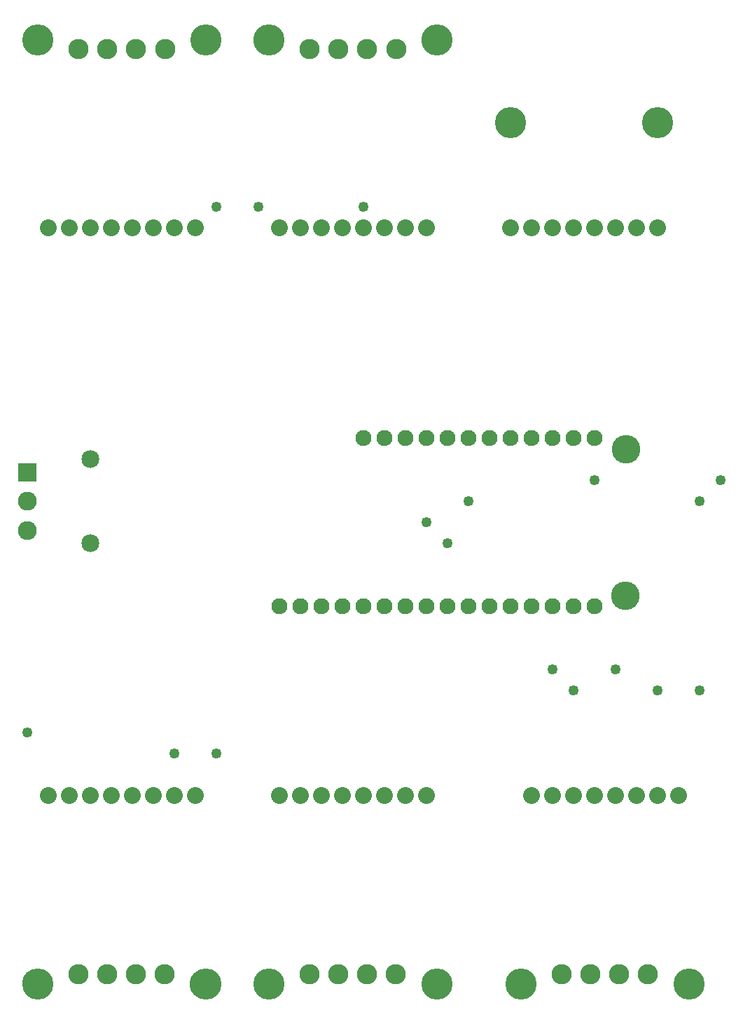
<source format=gbs>
G04 MADE WITH FRITZING*
G04 WWW.FRITZING.ORG*
G04 DOUBLE SIDED*
G04 HOLES PLATED*
G04 CONTOUR ON CENTER OF CONTOUR VECTOR*
%ASAXBY*%
%FSLAX23Y23*%
%MOIN*%
%OFA0B0*%
%SFA1.0B1.0*%
%ADD10C,0.135984*%
%ADD11C,0.076000*%
%ADD12C,0.049370*%
%ADD13C,0.085000*%
%ADD14C,0.096000*%
%ADD15C,0.148425*%
%ADD16C,0.080000*%
%ADD17C,0.090000*%
%ADD18R,0.090000X0.090000*%
%LNMASK0*%
G90*
G70*
G54D10*
X1308Y4606D03*
X1015Y4606D03*
X215Y4606D03*
X1319Y118D03*
X1006Y116D03*
X208Y118D03*
X3164Y4211D03*
X2464Y4211D03*
X2109Y4605D03*
X2516Y118D03*
X2117Y118D03*
X3314Y116D03*
G54D11*
X2864Y1911D03*
X2764Y1911D03*
X2664Y1911D03*
X2564Y1911D03*
X2464Y1911D03*
X2364Y1911D03*
X2264Y1911D03*
X2164Y1911D03*
X2064Y1911D03*
X1964Y1911D03*
X1864Y1911D03*
X1764Y1911D03*
X1664Y1911D03*
X1564Y1911D03*
X1464Y1911D03*
X1364Y1911D03*
X1764Y2711D03*
X1864Y2711D03*
X1964Y2711D03*
X2064Y2711D03*
X2164Y2711D03*
X2264Y2711D03*
X2364Y2711D03*
X2464Y2711D03*
X2564Y2711D03*
X2664Y2711D03*
X2764Y2711D03*
X2864Y2711D03*
G54D10*
X3013Y1961D03*
X3014Y2660D03*
G54D12*
X3464Y2511D03*
X3364Y1511D03*
X3364Y2411D03*
X2264Y2411D03*
X3164Y1511D03*
X2764Y1511D03*
X2964Y1611D03*
X2664Y1611D03*
X2864Y2511D03*
X1764Y3811D03*
X1264Y3811D03*
X164Y1311D03*
X2164Y2211D03*
X864Y1211D03*
X1064Y1211D03*
X2064Y2311D03*
G54D13*
X464Y2211D03*
X464Y2611D03*
G54D12*
X1064Y3811D03*
G54D14*
X1919Y161D03*
G54D15*
X2114Y116D03*
G54D14*
X1644Y161D03*
G54D16*
X2064Y1011D03*
X1964Y1011D03*
G54D15*
X1314Y116D03*
G54D16*
X1864Y1011D03*
X1764Y1011D03*
X1664Y1011D03*
X1564Y1011D03*
X1464Y1011D03*
X1364Y1011D03*
G54D14*
X1507Y161D03*
X1782Y161D03*
G54D16*
X2964Y3711D03*
G54D15*
X2464Y4211D03*
G54D16*
X2564Y3711D03*
X2764Y3711D03*
X3164Y3711D03*
X2464Y3711D03*
X2664Y3711D03*
X2864Y3711D03*
X3064Y3711D03*
G54D15*
X3164Y4211D03*
G54D14*
X819Y161D03*
G54D15*
X1014Y116D03*
G54D14*
X544Y161D03*
G54D16*
X964Y1011D03*
X864Y1011D03*
G54D15*
X214Y116D03*
G54D16*
X764Y1011D03*
X664Y1011D03*
X564Y1011D03*
X464Y1011D03*
X364Y1011D03*
X264Y1011D03*
G54D14*
X407Y161D03*
X682Y161D03*
G54D17*
X164Y2549D03*
X164Y2411D03*
X164Y2273D03*
X164Y2549D03*
X164Y2411D03*
X164Y2273D03*
G54D14*
X3119Y161D03*
G54D15*
X3314Y116D03*
G54D14*
X2844Y161D03*
G54D16*
X3264Y1011D03*
X3164Y1011D03*
G54D15*
X2514Y116D03*
G54D16*
X3064Y1011D03*
X2964Y1011D03*
X2864Y1011D03*
X2764Y1011D03*
X2664Y1011D03*
X2564Y1011D03*
G54D14*
X2707Y161D03*
X2982Y161D03*
X1508Y4561D03*
G54D15*
X1314Y4606D03*
G54D14*
X1783Y4561D03*
G54D16*
X1364Y3711D03*
X1464Y3711D03*
G54D15*
X2114Y4606D03*
G54D16*
X1564Y3711D03*
X1664Y3711D03*
X1764Y3711D03*
X1864Y3711D03*
X1964Y3711D03*
X2064Y3711D03*
G54D14*
X1920Y4561D03*
X1645Y4561D03*
X408Y4561D03*
G54D15*
X214Y4606D03*
G54D14*
X683Y4561D03*
G54D16*
X264Y3711D03*
X364Y3711D03*
G54D15*
X1014Y4606D03*
G54D16*
X464Y3711D03*
X564Y3711D03*
X664Y3711D03*
X764Y3711D03*
X864Y3711D03*
X964Y3711D03*
G54D14*
X820Y4561D03*
X545Y4561D03*
G54D18*
X164Y2549D03*
X164Y2549D03*
G04 End of Mask0*
M02*
</source>
